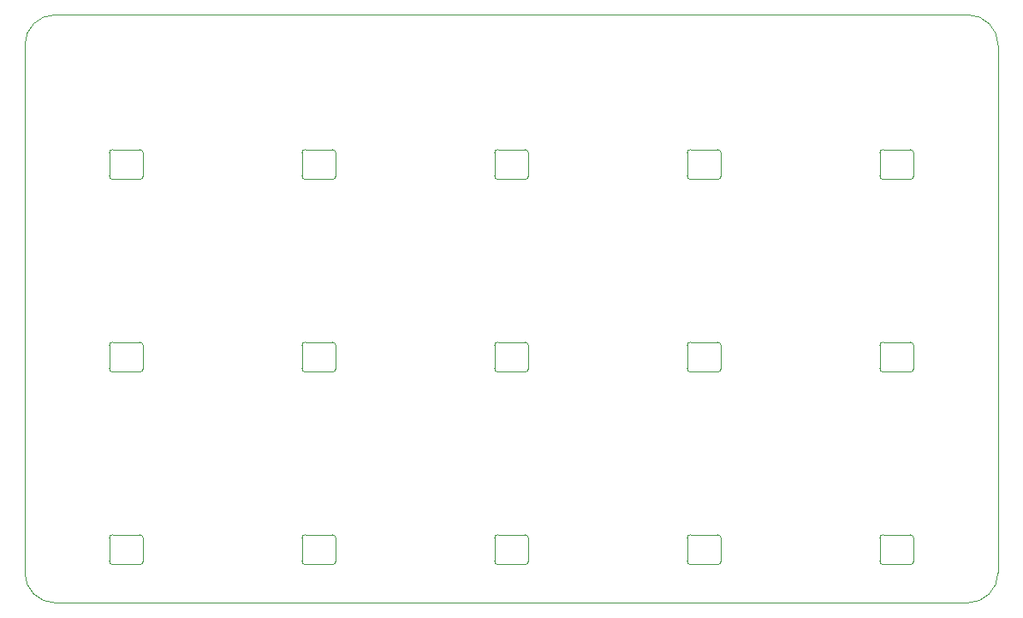
<source format=gbr>
%TF.GenerationSoftware,KiCad,Pcbnew,7.0.8*%
%TF.CreationDate,2023-12-01T15:01:35+01:00*%
%TF.ProjectId,briquet-rounded,62726971-7565-4742-9d72-6f756e646564,rev?*%
%TF.SameCoordinates,Original*%
%TF.FileFunction,Profile,NP*%
%FSLAX46Y46*%
G04 Gerber Fmt 4.6, Leading zero omitted, Abs format (unit mm)*
G04 Created by KiCad (PCBNEW 7.0.8) date 2023-12-01 15:01:35*
%MOMM*%
%LPD*%
G01*
G04 APERTURE LIST*
%TA.AperFunction,Profile*%
%ADD10C,0.100000*%
%TD*%
%TA.AperFunction,Profile*%
%ADD11C,0.050000*%
%TD*%
G04 APERTURE END LIST*
D10*
X181475000Y-40575000D02*
X181475000Y-92775000D01*
X85225000Y-40575000D02*
X85225000Y-92775000D01*
X88200000Y-95750000D02*
X178500000Y-95750000D01*
X181475000Y-40575000D02*
G75*
G03*
X178500000Y-37600000I-2975000J0D01*
G01*
X88200000Y-37600000D02*
X178500000Y-37600000D01*
X178500000Y-95750000D02*
G75*
G03*
X181475000Y-92775000I0J2975000D01*
G01*
X88200000Y-37600000D02*
G75*
G03*
X85225000Y-40575000I0J-2975000D01*
G01*
X85225000Y-92775000D02*
G75*
G03*
X88200000Y-95750000I2975000J0D01*
G01*
D11*
%TO.C,LED14*%
X154075000Y-91637502D02*
X154075000Y-89337502D01*
X153750000Y-89012502D02*
X151050000Y-89012502D01*
X151050000Y-91962502D02*
X153750000Y-91962502D01*
X150725000Y-89337502D02*
X150725000Y-91637502D01*
X154075000Y-89337502D02*
G75*
G03*
X153750000Y-89012502I-325002J-2D01*
G01*
X153750000Y-91962502D02*
G75*
G03*
X154075000Y-91637502I-2J325002D01*
G01*
X151050000Y-89012502D02*
G75*
G03*
X150725000Y-89337502I0J-325000D01*
G01*
X150725000Y-91637502D02*
G75*
G03*
X151050000Y-91962502I325000J0D01*
G01*
%TO.C,LED5*%
X173125000Y-53537500D02*
X173125000Y-51237500D01*
X172800000Y-50912500D02*
X170100000Y-50912500D01*
X170100000Y-53862500D02*
X172800000Y-53862500D01*
X169775000Y-51237500D02*
X169775000Y-53537500D01*
X173125000Y-51237500D02*
G75*
G03*
X172800000Y-50912500I-325002J-2D01*
G01*
X172800000Y-53862500D02*
G75*
G03*
X173125000Y-53537500I-2J325002D01*
G01*
X170100000Y-50912500D02*
G75*
G03*
X169775000Y-51237500I0J-325000D01*
G01*
X169775000Y-53537500D02*
G75*
G03*
X170100000Y-53862500I325000J0D01*
G01*
%TO.C,LED15*%
X173125000Y-91637502D02*
X173125000Y-89337502D01*
X172800000Y-89012502D02*
X170100000Y-89012502D01*
X170100000Y-91962502D02*
X172800000Y-91962502D01*
X169775000Y-89337502D02*
X169775000Y-91637502D01*
X173125000Y-89337502D02*
G75*
G03*
X172800000Y-89012502I-325002J-2D01*
G01*
X172800000Y-91962502D02*
G75*
G03*
X173125000Y-91637502I-2J325002D01*
G01*
X170100000Y-89012502D02*
G75*
G03*
X169775000Y-89337502I0J-325000D01*
G01*
X169775000Y-91637502D02*
G75*
G03*
X170100000Y-91962502I325000J0D01*
G01*
%TO.C,LED1*%
X96925000Y-53537500D02*
X96925000Y-51237500D01*
X96600000Y-50912500D02*
X93900000Y-50912500D01*
X93900000Y-53862500D02*
X96600000Y-53862500D01*
X93575000Y-51237500D02*
X93575000Y-53537500D01*
X96925000Y-51237500D02*
G75*
G03*
X96600000Y-50912500I-325002J-2D01*
G01*
X96600000Y-53862500D02*
G75*
G03*
X96925000Y-53537500I-2J325002D01*
G01*
X93900000Y-50912500D02*
G75*
G03*
X93575000Y-51237500I0J-325000D01*
G01*
X93575000Y-53537500D02*
G75*
G03*
X93900000Y-53862500I325000J0D01*
G01*
%TO.C,LED11*%
X96925560Y-91638032D02*
X96925560Y-89338032D01*
X96600560Y-89013032D02*
X93900560Y-89013032D01*
X93900560Y-91963032D02*
X96600560Y-91963032D01*
X93575560Y-89338032D02*
X93575560Y-91638032D01*
X96925560Y-89338032D02*
G75*
G03*
X96600560Y-89013032I-325002J-2D01*
G01*
X96600560Y-91963032D02*
G75*
G03*
X96925560Y-91638032I-2J325002D01*
G01*
X93900560Y-89013032D02*
G75*
G03*
X93575560Y-89338032I0J-325000D01*
G01*
X93575560Y-91638032D02*
G75*
G03*
X93900560Y-91963032I325000J0D01*
G01*
%TO.C,LED7*%
X150725000Y-70287502D02*
X150725000Y-72587502D01*
X151050000Y-72912502D02*
X153750000Y-72912502D01*
X153750000Y-69962502D02*
X151050000Y-69962502D01*
X154075000Y-72587502D02*
X154075000Y-70287502D01*
X150725000Y-72587502D02*
G75*
G03*
X151050000Y-72912502I325002J2D01*
G01*
X151050000Y-69962502D02*
G75*
G03*
X150725000Y-70287502I2J-325002D01*
G01*
X153750000Y-72912502D02*
G75*
G03*
X154075000Y-72587502I0J325000D01*
G01*
X154075000Y-70287502D02*
G75*
G03*
X153750000Y-69962502I-325000J0D01*
G01*
%TO.C,LED6*%
X169775000Y-70287502D02*
X169775000Y-72587502D01*
X170100000Y-72912502D02*
X172800000Y-72912502D01*
X172800000Y-69962502D02*
X170100000Y-69962502D01*
X173125000Y-72587502D02*
X173125000Y-70287502D01*
X169775000Y-72587502D02*
G75*
G03*
X170100000Y-72912502I325002J2D01*
G01*
X170100000Y-69962502D02*
G75*
G03*
X169775000Y-70287502I2J-325002D01*
G01*
X172800000Y-72912502D02*
G75*
G03*
X173125000Y-72587502I0J325000D01*
G01*
X173125000Y-70287502D02*
G75*
G03*
X172800000Y-69962502I-325000J0D01*
G01*
%TO.C,LED10*%
X93575000Y-70287502D02*
X93575000Y-72587502D01*
X93900000Y-72912502D02*
X96600000Y-72912502D01*
X96600000Y-69962502D02*
X93900000Y-69962502D01*
X96925000Y-72587502D02*
X96925000Y-70287502D01*
X93575000Y-72587502D02*
G75*
G03*
X93900000Y-72912502I325002J2D01*
G01*
X93900000Y-69962502D02*
G75*
G03*
X93575000Y-70287502I2J-325002D01*
G01*
X96600000Y-72912502D02*
G75*
G03*
X96925000Y-72587502I0J325000D01*
G01*
X96925000Y-70287502D02*
G75*
G03*
X96600000Y-69962502I-325000J0D01*
G01*
%TO.C,LED4*%
X154075000Y-53537500D02*
X154075000Y-51237500D01*
X153750000Y-50912500D02*
X151050000Y-50912500D01*
X151050000Y-53862500D02*
X153750000Y-53862500D01*
X150725000Y-51237500D02*
X150725000Y-53537500D01*
X154075000Y-51237500D02*
G75*
G03*
X153750000Y-50912500I-325002J-2D01*
G01*
X153750000Y-53862500D02*
G75*
G03*
X154075000Y-53537500I-2J325002D01*
G01*
X151050000Y-50912500D02*
G75*
G03*
X150725000Y-51237500I0J-325000D01*
G01*
X150725000Y-53537500D02*
G75*
G03*
X151050000Y-53862500I325000J0D01*
G01*
%TO.C,LED8*%
X131675000Y-70287502D02*
X131675000Y-72587502D01*
X132000000Y-72912502D02*
X134700000Y-72912502D01*
X134700000Y-69962502D02*
X132000000Y-69962502D01*
X135025000Y-72587502D02*
X135025000Y-70287502D01*
X131675000Y-72587502D02*
G75*
G03*
X132000000Y-72912502I325002J2D01*
G01*
X132000000Y-69962502D02*
G75*
G03*
X131675000Y-70287502I2J-325002D01*
G01*
X134700000Y-72912502D02*
G75*
G03*
X135025000Y-72587502I0J325000D01*
G01*
X135025000Y-70287502D02*
G75*
G03*
X134700000Y-69962502I-325000J0D01*
G01*
%TO.C,LED3*%
X135025000Y-53537500D02*
X135025000Y-51237500D01*
X134700000Y-50912500D02*
X132000000Y-50912500D01*
X132000000Y-53862500D02*
X134700000Y-53862500D01*
X131675000Y-51237500D02*
X131675000Y-53537500D01*
X135025000Y-51237500D02*
G75*
G03*
X134700000Y-50912500I-325002J-2D01*
G01*
X134700000Y-53862500D02*
G75*
G03*
X135025000Y-53537500I-2J325002D01*
G01*
X132000000Y-50912500D02*
G75*
G03*
X131675000Y-51237500I0J-325000D01*
G01*
X131675000Y-53537500D02*
G75*
G03*
X132000000Y-53862500I325000J0D01*
G01*
%TO.C,LED12*%
X115975672Y-91638032D02*
X115975672Y-89338032D01*
X115650672Y-89013032D02*
X112950672Y-89013032D01*
X112950672Y-91963032D02*
X115650672Y-91963032D01*
X112625672Y-89338032D02*
X112625672Y-91638032D01*
X115975672Y-89338032D02*
G75*
G03*
X115650672Y-89013032I-325002J-2D01*
G01*
X115650672Y-91963032D02*
G75*
G03*
X115975672Y-91638032I-2J325002D01*
G01*
X112950672Y-89013032D02*
G75*
G03*
X112625672Y-89338032I0J-325000D01*
G01*
X112625672Y-91638032D02*
G75*
G03*
X112950672Y-91963032I325000J0D01*
G01*
%TO.C,LED2*%
X115975000Y-53537500D02*
X115975000Y-51237500D01*
X115650000Y-50912500D02*
X112950000Y-50912500D01*
X112950000Y-53862500D02*
X115650000Y-53862500D01*
X112625000Y-51237500D02*
X112625000Y-53537500D01*
X115975000Y-51237500D02*
G75*
G03*
X115650000Y-50912500I-325002J-2D01*
G01*
X115650000Y-53862500D02*
G75*
G03*
X115975000Y-53537500I-2J325002D01*
G01*
X112950000Y-50912500D02*
G75*
G03*
X112625000Y-51237500I0J-325000D01*
G01*
X112625000Y-53537500D02*
G75*
G03*
X112950000Y-53862500I325000J0D01*
G01*
%TO.C,LED9*%
X112625000Y-70287502D02*
X112625000Y-72587502D01*
X112950000Y-72912502D02*
X115650000Y-72912502D01*
X115650000Y-69962502D02*
X112950000Y-69962502D01*
X115975000Y-72587502D02*
X115975000Y-70287502D01*
X112625000Y-72587502D02*
G75*
G03*
X112950000Y-72912502I325002J2D01*
G01*
X112950000Y-69962502D02*
G75*
G03*
X112625000Y-70287502I2J-325002D01*
G01*
X115650000Y-72912502D02*
G75*
G03*
X115975000Y-72587502I0J325000D01*
G01*
X115975000Y-70287502D02*
G75*
G03*
X115650000Y-69962502I-325000J0D01*
G01*
%TO.C,LED13*%
X135025000Y-91637502D02*
X135025000Y-89337502D01*
X134700000Y-89012502D02*
X132000000Y-89012502D01*
X132000000Y-91962502D02*
X134700000Y-91962502D01*
X131675000Y-89337502D02*
X131675000Y-91637502D01*
X135025000Y-89337502D02*
G75*
G03*
X134700000Y-89012502I-325002J-2D01*
G01*
X134700000Y-91962502D02*
G75*
G03*
X135025000Y-91637502I-2J325002D01*
G01*
X132000000Y-89012502D02*
G75*
G03*
X131675000Y-89337502I0J-325000D01*
G01*
X131675000Y-91637502D02*
G75*
G03*
X132000000Y-91962502I325000J0D01*
G01*
%TD*%
M02*

</source>
